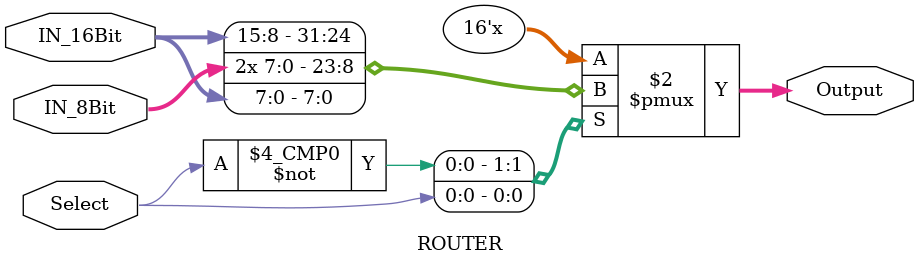
<source format=v>
module ROUTER(IN_16Bit, IN_8Bit, Select, Output); 

input [15:0] IN_16Bit;
input [7:0] IN_8Bit;
input Select ; 
output reg [15:0] Output;

always @ *  
	case (Select) 
		1'b0   : Output <= {IN_16Bit[15:8], IN_8Bit[7:0]}; 
		1'b1   : Output <= {IN_8Bit[7:0], IN_16Bit[7:0]};  
	endcase 

endmodule
</source>
